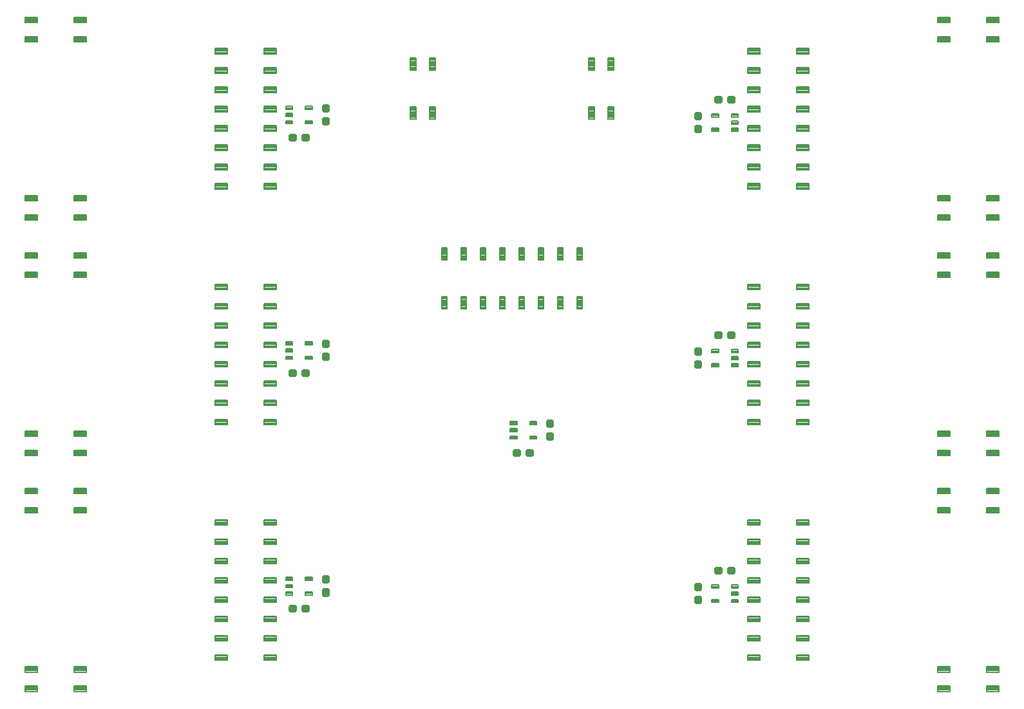
<source format=gbr>
G04 EAGLE Gerber RS-274X export*
G75*
%MOMM*%
%FSLAX34Y34*%
%LPD*%
%INSolderpaste Bottom*%
%IPPOS*%
%AMOC8*
5,1,8,0,0,1.08239X$1,22.5*%
G01*
%ADD10C,0.198000*%
%ADD11C,0.500000*%


D10*
X623990Y443510D02*
X640010Y443510D01*
X640010Y436490D01*
X623990Y436490D01*
X623990Y443510D01*
X623990Y438371D02*
X640010Y438371D01*
X640010Y440252D02*
X623990Y440252D01*
X623990Y442133D02*
X640010Y442133D01*
X576010Y443510D02*
X559990Y443510D01*
X576010Y443510D02*
X576010Y436490D01*
X559990Y436490D01*
X559990Y443510D01*
X559990Y438371D02*
X576010Y438371D01*
X576010Y440252D02*
X559990Y440252D01*
X559990Y442133D02*
X576010Y442133D01*
X623990Y418110D02*
X640010Y418110D01*
X640010Y411090D01*
X623990Y411090D01*
X623990Y418110D01*
X623990Y412971D02*
X640010Y412971D01*
X640010Y414852D02*
X623990Y414852D01*
X623990Y416733D02*
X640010Y416733D01*
X576010Y418110D02*
X559990Y418110D01*
X576010Y418110D02*
X576010Y411090D01*
X559990Y411090D01*
X559990Y418110D01*
X559990Y412971D02*
X576010Y412971D01*
X576010Y414852D02*
X559990Y414852D01*
X559990Y416733D02*
X576010Y416733D01*
X576010Y176490D02*
X559990Y176490D01*
X559990Y183510D01*
X576010Y183510D01*
X576010Y176490D01*
X576010Y178371D02*
X559990Y178371D01*
X559990Y180252D02*
X576010Y180252D01*
X576010Y182133D02*
X559990Y182133D01*
X623990Y176490D02*
X640010Y176490D01*
X623990Y176490D02*
X623990Y183510D01*
X640010Y183510D01*
X640010Y176490D01*
X640010Y178371D02*
X623990Y178371D01*
X623990Y180252D02*
X640010Y180252D01*
X640010Y182133D02*
X623990Y182133D01*
X576010Y201890D02*
X559990Y201890D01*
X559990Y208910D01*
X576010Y208910D01*
X576010Y201890D01*
X576010Y203771D02*
X559990Y203771D01*
X559990Y205652D02*
X576010Y205652D01*
X576010Y207533D02*
X559990Y207533D01*
X623990Y201890D02*
X640010Y201890D01*
X623990Y201890D02*
X623990Y208910D01*
X640010Y208910D01*
X640010Y201890D01*
X640010Y203771D02*
X623990Y203771D01*
X623990Y205652D02*
X640010Y205652D01*
X640010Y207533D02*
X623990Y207533D01*
X623990Y133510D02*
X640010Y133510D01*
X640010Y126490D01*
X623990Y126490D01*
X623990Y133510D01*
X623990Y128371D02*
X640010Y128371D01*
X640010Y130252D02*
X623990Y130252D01*
X623990Y132133D02*
X640010Y132133D01*
X576010Y133510D02*
X559990Y133510D01*
X576010Y133510D02*
X576010Y126490D01*
X559990Y126490D01*
X559990Y133510D01*
X559990Y128371D02*
X576010Y128371D01*
X576010Y130252D02*
X559990Y130252D01*
X559990Y132133D02*
X576010Y132133D01*
X623990Y108110D02*
X640010Y108110D01*
X640010Y101090D01*
X623990Y101090D01*
X623990Y108110D01*
X623990Y102971D02*
X640010Y102971D01*
X640010Y104852D02*
X623990Y104852D01*
X623990Y106733D02*
X640010Y106733D01*
X576010Y108110D02*
X559990Y108110D01*
X576010Y108110D02*
X576010Y101090D01*
X559990Y101090D01*
X559990Y108110D01*
X559990Y102971D02*
X576010Y102971D01*
X576010Y104852D02*
X559990Y104852D01*
X559990Y106733D02*
X576010Y106733D01*
X576010Y-133510D02*
X559990Y-133510D01*
X559990Y-126490D01*
X576010Y-126490D01*
X576010Y-133510D01*
X576010Y-131629D02*
X559990Y-131629D01*
X559990Y-129748D02*
X576010Y-129748D01*
X576010Y-127867D02*
X559990Y-127867D01*
X623990Y-133510D02*
X640010Y-133510D01*
X623990Y-133510D02*
X623990Y-126490D01*
X640010Y-126490D01*
X640010Y-133510D01*
X640010Y-131629D02*
X623990Y-131629D01*
X623990Y-129748D02*
X640010Y-129748D01*
X640010Y-127867D02*
X623990Y-127867D01*
X576010Y-108110D02*
X559990Y-108110D01*
X559990Y-101090D01*
X576010Y-101090D01*
X576010Y-108110D01*
X576010Y-106229D02*
X559990Y-106229D01*
X559990Y-104348D02*
X576010Y-104348D01*
X576010Y-102467D02*
X559990Y-102467D01*
X623990Y-108110D02*
X640010Y-108110D01*
X623990Y-108110D02*
X623990Y-101090D01*
X640010Y-101090D01*
X640010Y-108110D01*
X640010Y-106229D02*
X623990Y-106229D01*
X623990Y-104348D02*
X640010Y-104348D01*
X640010Y-102467D02*
X623990Y-102467D01*
X623990Y-176490D02*
X640010Y-176490D01*
X640010Y-183510D01*
X623990Y-183510D01*
X623990Y-176490D01*
X623990Y-181629D02*
X640010Y-181629D01*
X640010Y-179748D02*
X623990Y-179748D01*
X623990Y-177867D02*
X640010Y-177867D01*
X576010Y-176490D02*
X559990Y-176490D01*
X576010Y-176490D02*
X576010Y-183510D01*
X559990Y-183510D01*
X559990Y-176490D01*
X559990Y-181629D02*
X576010Y-181629D01*
X576010Y-179748D02*
X559990Y-179748D01*
X559990Y-177867D02*
X576010Y-177867D01*
X623990Y-201890D02*
X640010Y-201890D01*
X640010Y-208910D01*
X623990Y-208910D01*
X623990Y-201890D01*
X623990Y-207029D02*
X640010Y-207029D01*
X640010Y-205148D02*
X623990Y-205148D01*
X623990Y-203267D02*
X640010Y-203267D01*
X576010Y-201890D02*
X559990Y-201890D01*
X576010Y-201890D02*
X576010Y-208910D01*
X559990Y-208910D01*
X559990Y-201890D01*
X559990Y-207029D02*
X576010Y-207029D01*
X576010Y-205148D02*
X559990Y-205148D01*
X559990Y-203267D02*
X576010Y-203267D01*
X576010Y-443510D02*
X559990Y-443510D01*
X559990Y-436490D01*
X576010Y-436490D01*
X576010Y-443510D01*
X576010Y-441629D02*
X559990Y-441629D01*
X559990Y-439748D02*
X576010Y-439748D01*
X576010Y-437867D02*
X559990Y-437867D01*
X623990Y-443510D02*
X640010Y-443510D01*
X623990Y-443510D02*
X623990Y-436490D01*
X640010Y-436490D01*
X640010Y-443510D01*
X640010Y-441629D02*
X623990Y-441629D01*
X623990Y-439748D02*
X640010Y-439748D01*
X640010Y-437867D02*
X623990Y-437867D01*
X576010Y-418110D02*
X559990Y-418110D01*
X559990Y-411090D01*
X576010Y-411090D01*
X576010Y-418110D01*
X576010Y-416229D02*
X559990Y-416229D01*
X559990Y-414348D02*
X576010Y-414348D01*
X576010Y-412467D02*
X559990Y-412467D01*
X623990Y-418110D02*
X640010Y-418110D01*
X623990Y-418110D02*
X623990Y-411090D01*
X640010Y-411090D01*
X640010Y-418110D01*
X640010Y-416229D02*
X623990Y-416229D01*
X623990Y-414348D02*
X640010Y-414348D01*
X640010Y-412467D02*
X623990Y-412467D01*
X-623990Y-443510D02*
X-640010Y-443510D01*
X-640010Y-436490D01*
X-623990Y-436490D01*
X-623990Y-443510D01*
X-623990Y-441629D02*
X-640010Y-441629D01*
X-640010Y-439748D02*
X-623990Y-439748D01*
X-623990Y-437867D02*
X-640010Y-437867D01*
X-576010Y-443510D02*
X-559990Y-443510D01*
X-576010Y-443510D02*
X-576010Y-436490D01*
X-559990Y-436490D01*
X-559990Y-443510D01*
X-559990Y-441629D02*
X-576010Y-441629D01*
X-576010Y-439748D02*
X-559990Y-439748D01*
X-559990Y-437867D02*
X-576010Y-437867D01*
X-623990Y-418110D02*
X-640010Y-418110D01*
X-640010Y-411090D01*
X-623990Y-411090D01*
X-623990Y-418110D01*
X-623990Y-416229D02*
X-640010Y-416229D01*
X-640010Y-414348D02*
X-623990Y-414348D01*
X-623990Y-412467D02*
X-640010Y-412467D01*
X-576010Y-418110D02*
X-559990Y-418110D01*
X-576010Y-418110D02*
X-576010Y-411090D01*
X-559990Y-411090D01*
X-559990Y-418110D01*
X-559990Y-416229D02*
X-576010Y-416229D01*
X-576010Y-414348D02*
X-559990Y-414348D01*
X-559990Y-412467D02*
X-576010Y-412467D01*
X-576010Y-176490D02*
X-559990Y-176490D01*
X-559990Y-183510D01*
X-576010Y-183510D01*
X-576010Y-176490D01*
X-576010Y-181629D02*
X-559990Y-181629D01*
X-559990Y-179748D02*
X-576010Y-179748D01*
X-576010Y-177867D02*
X-559990Y-177867D01*
X-623990Y-176490D02*
X-640010Y-176490D01*
X-623990Y-176490D02*
X-623990Y-183510D01*
X-640010Y-183510D01*
X-640010Y-176490D01*
X-640010Y-181629D02*
X-623990Y-181629D01*
X-623990Y-179748D02*
X-640010Y-179748D01*
X-640010Y-177867D02*
X-623990Y-177867D01*
X-576010Y-201890D02*
X-559990Y-201890D01*
X-559990Y-208910D01*
X-576010Y-208910D01*
X-576010Y-201890D01*
X-576010Y-207029D02*
X-559990Y-207029D01*
X-559990Y-205148D02*
X-576010Y-205148D01*
X-576010Y-203267D02*
X-559990Y-203267D01*
X-623990Y-201890D02*
X-640010Y-201890D01*
X-623990Y-201890D02*
X-623990Y-208910D01*
X-640010Y-208910D01*
X-640010Y-201890D01*
X-640010Y-207029D02*
X-623990Y-207029D01*
X-623990Y-205148D02*
X-640010Y-205148D01*
X-640010Y-203267D02*
X-623990Y-203267D01*
X-623990Y-133510D02*
X-640010Y-133510D01*
X-640010Y-126490D01*
X-623990Y-126490D01*
X-623990Y-133510D01*
X-623990Y-131629D02*
X-640010Y-131629D01*
X-640010Y-129748D02*
X-623990Y-129748D01*
X-623990Y-127867D02*
X-640010Y-127867D01*
X-576010Y-133510D02*
X-559990Y-133510D01*
X-576010Y-133510D02*
X-576010Y-126490D01*
X-559990Y-126490D01*
X-559990Y-133510D01*
X-559990Y-131629D02*
X-576010Y-131629D01*
X-576010Y-129748D02*
X-559990Y-129748D01*
X-559990Y-127867D02*
X-576010Y-127867D01*
X-623990Y-108110D02*
X-640010Y-108110D01*
X-640010Y-101090D01*
X-623990Y-101090D01*
X-623990Y-108110D01*
X-623990Y-106229D02*
X-640010Y-106229D01*
X-640010Y-104348D02*
X-623990Y-104348D01*
X-623990Y-102467D02*
X-640010Y-102467D01*
X-576010Y-108110D02*
X-559990Y-108110D01*
X-576010Y-108110D02*
X-576010Y-101090D01*
X-559990Y-101090D01*
X-559990Y-108110D01*
X-559990Y-106229D02*
X-576010Y-106229D01*
X-576010Y-104348D02*
X-559990Y-104348D01*
X-559990Y-102467D02*
X-576010Y-102467D01*
X-576010Y133510D02*
X-559990Y133510D01*
X-559990Y126490D01*
X-576010Y126490D01*
X-576010Y133510D01*
X-576010Y128371D02*
X-559990Y128371D01*
X-559990Y130252D02*
X-576010Y130252D01*
X-576010Y132133D02*
X-559990Y132133D01*
X-623990Y133510D02*
X-640010Y133510D01*
X-623990Y133510D02*
X-623990Y126490D01*
X-640010Y126490D01*
X-640010Y133510D01*
X-640010Y128371D02*
X-623990Y128371D01*
X-623990Y130252D02*
X-640010Y130252D01*
X-640010Y132133D02*
X-623990Y132133D01*
X-576010Y108110D02*
X-559990Y108110D01*
X-559990Y101090D01*
X-576010Y101090D01*
X-576010Y108110D01*
X-576010Y102971D02*
X-559990Y102971D01*
X-559990Y104852D02*
X-576010Y104852D01*
X-576010Y106733D02*
X-559990Y106733D01*
X-623990Y108110D02*
X-640010Y108110D01*
X-623990Y108110D02*
X-623990Y101090D01*
X-640010Y101090D01*
X-640010Y108110D01*
X-640010Y102971D02*
X-623990Y102971D01*
X-623990Y104852D02*
X-640010Y104852D01*
X-640010Y106733D02*
X-623990Y106733D01*
X-623990Y176490D02*
X-640010Y176490D01*
X-640010Y183510D01*
X-623990Y183510D01*
X-623990Y176490D01*
X-623990Y178371D02*
X-640010Y178371D01*
X-640010Y180252D02*
X-623990Y180252D01*
X-623990Y182133D02*
X-640010Y182133D01*
X-576010Y176490D02*
X-559990Y176490D01*
X-576010Y176490D02*
X-576010Y183510D01*
X-559990Y183510D01*
X-559990Y176490D01*
X-559990Y178371D02*
X-576010Y178371D01*
X-576010Y180252D02*
X-559990Y180252D01*
X-559990Y182133D02*
X-576010Y182133D01*
X-623990Y201890D02*
X-640010Y201890D01*
X-640010Y208910D01*
X-623990Y208910D01*
X-623990Y201890D01*
X-623990Y203771D02*
X-640010Y203771D01*
X-640010Y205652D02*
X-623990Y205652D01*
X-623990Y207533D02*
X-640010Y207533D01*
X-576010Y201890D02*
X-559990Y201890D01*
X-576010Y201890D02*
X-576010Y208910D01*
X-559990Y208910D01*
X-559990Y201890D01*
X-559990Y203771D02*
X-576010Y203771D01*
X-576010Y205652D02*
X-559990Y205652D01*
X-559990Y207533D02*
X-576010Y207533D01*
X-576010Y443510D02*
X-559990Y443510D01*
X-559990Y436490D01*
X-576010Y436490D01*
X-576010Y443510D01*
X-576010Y438371D02*
X-559990Y438371D01*
X-559990Y440252D02*
X-576010Y440252D01*
X-576010Y442133D02*
X-559990Y442133D01*
X-623990Y443510D02*
X-640010Y443510D01*
X-623990Y443510D02*
X-623990Y436490D01*
X-640010Y436490D01*
X-640010Y443510D01*
X-640010Y438371D02*
X-623990Y438371D01*
X-623990Y440252D02*
X-640010Y440252D01*
X-640010Y442133D02*
X-623990Y442133D01*
X-576010Y418110D02*
X-559990Y418110D01*
X-559990Y411090D01*
X-576010Y411090D01*
X-576010Y418110D01*
X-576010Y412971D02*
X-559990Y412971D01*
X-559990Y414852D02*
X-576010Y414852D01*
X-576010Y416733D02*
X-559990Y416733D01*
X-623990Y418110D02*
X-640010Y418110D01*
X-623990Y418110D02*
X-623990Y411090D01*
X-640010Y411090D01*
X-640010Y418110D01*
X-640010Y412971D02*
X-623990Y412971D01*
X-623990Y414852D02*
X-640010Y414852D01*
X-640010Y416733D02*
X-623990Y416733D01*
X-133510Y390010D02*
X-133510Y373990D01*
X-133510Y390010D02*
X-126490Y390010D01*
X-126490Y373990D01*
X-133510Y373990D01*
X-133510Y375871D02*
X-126490Y375871D01*
X-126490Y377752D02*
X-133510Y377752D01*
X-133510Y379633D02*
X-126490Y379633D01*
X-126490Y381514D02*
X-133510Y381514D01*
X-133510Y383395D02*
X-126490Y383395D01*
X-126490Y385276D02*
X-133510Y385276D01*
X-133510Y387157D02*
X-126490Y387157D01*
X-126490Y389038D02*
X-133510Y389038D01*
X-133510Y326010D02*
X-133510Y309990D01*
X-133510Y326010D02*
X-126490Y326010D01*
X-126490Y309990D01*
X-133510Y309990D01*
X-133510Y311871D02*
X-126490Y311871D01*
X-126490Y313752D02*
X-133510Y313752D01*
X-133510Y315633D02*
X-126490Y315633D01*
X-126490Y317514D02*
X-133510Y317514D01*
X-133510Y319395D02*
X-126490Y319395D01*
X-126490Y321276D02*
X-133510Y321276D01*
X-133510Y323157D02*
X-126490Y323157D01*
X-126490Y325038D02*
X-133510Y325038D01*
X-108110Y373990D02*
X-108110Y390010D01*
X-101090Y390010D01*
X-101090Y373990D01*
X-108110Y373990D01*
X-108110Y375871D02*
X-101090Y375871D01*
X-101090Y377752D02*
X-108110Y377752D01*
X-108110Y379633D02*
X-101090Y379633D01*
X-101090Y381514D02*
X-108110Y381514D01*
X-108110Y383395D02*
X-101090Y383395D01*
X-101090Y385276D02*
X-108110Y385276D01*
X-108110Y387157D02*
X-101090Y387157D01*
X-101090Y389038D02*
X-108110Y389038D01*
X-108110Y326010D02*
X-108110Y309990D01*
X-108110Y326010D02*
X-101090Y326010D01*
X-101090Y309990D01*
X-108110Y309990D01*
X-108110Y311871D02*
X-101090Y311871D01*
X-101090Y313752D02*
X-108110Y313752D01*
X-108110Y315633D02*
X-101090Y315633D01*
X-101090Y317514D02*
X-108110Y317514D01*
X-108110Y319395D02*
X-101090Y319395D01*
X-101090Y321276D02*
X-108110Y321276D01*
X-108110Y323157D02*
X-101090Y323157D01*
X-101090Y325038D02*
X-108110Y325038D01*
X133510Y326010D02*
X133510Y309990D01*
X126490Y309990D01*
X126490Y326010D01*
X133510Y326010D01*
X133510Y311871D02*
X126490Y311871D01*
X126490Y313752D02*
X133510Y313752D01*
X133510Y315633D02*
X126490Y315633D01*
X126490Y317514D02*
X133510Y317514D01*
X133510Y319395D02*
X126490Y319395D01*
X126490Y321276D02*
X133510Y321276D01*
X133510Y323157D02*
X126490Y323157D01*
X126490Y325038D02*
X133510Y325038D01*
X133510Y373990D02*
X133510Y390010D01*
X133510Y373990D02*
X126490Y373990D01*
X126490Y390010D01*
X133510Y390010D01*
X133510Y375871D02*
X126490Y375871D01*
X126490Y377752D02*
X133510Y377752D01*
X133510Y379633D02*
X126490Y379633D01*
X126490Y381514D02*
X133510Y381514D01*
X133510Y383395D02*
X126490Y383395D01*
X126490Y385276D02*
X133510Y385276D01*
X133510Y387157D02*
X126490Y387157D01*
X126490Y389038D02*
X133510Y389038D01*
X108110Y326010D02*
X108110Y309990D01*
X101090Y309990D01*
X101090Y326010D01*
X108110Y326010D01*
X108110Y311871D02*
X101090Y311871D01*
X101090Y313752D02*
X108110Y313752D01*
X108110Y315633D02*
X101090Y315633D01*
X101090Y317514D02*
X108110Y317514D01*
X108110Y319395D02*
X101090Y319395D01*
X101090Y321276D02*
X108110Y321276D01*
X108110Y323157D02*
X101090Y323157D01*
X101090Y325038D02*
X108110Y325038D01*
X108110Y373990D02*
X108110Y390010D01*
X108110Y373990D02*
X101090Y373990D01*
X101090Y390010D01*
X108110Y390010D01*
X108110Y375871D02*
X101090Y375871D01*
X101090Y377752D02*
X108110Y377752D01*
X108110Y379633D02*
X101090Y379633D01*
X101090Y381514D02*
X108110Y381514D01*
X108110Y383395D02*
X101090Y383395D01*
X101090Y385276D02*
X108110Y385276D01*
X108110Y387157D02*
X101090Y387157D01*
X101090Y389038D02*
X108110Y389038D01*
X373990Y-217590D02*
X390010Y-217590D01*
X390010Y-224610D01*
X373990Y-224610D01*
X373990Y-217590D01*
X373990Y-222729D02*
X390010Y-222729D01*
X390010Y-220848D02*
X373990Y-220848D01*
X373990Y-218967D02*
X390010Y-218967D01*
X326010Y-217590D02*
X309990Y-217590D01*
X326010Y-217590D02*
X326010Y-224610D01*
X309990Y-224610D01*
X309990Y-217590D01*
X309990Y-222729D02*
X326010Y-222729D01*
X326010Y-220848D02*
X309990Y-220848D01*
X309990Y-218967D02*
X326010Y-218967D01*
X373990Y-242990D02*
X390010Y-242990D01*
X390010Y-250010D01*
X373990Y-250010D01*
X373990Y-242990D01*
X373990Y-248129D02*
X390010Y-248129D01*
X390010Y-246248D02*
X373990Y-246248D01*
X373990Y-244367D02*
X390010Y-244367D01*
X326010Y-242990D02*
X309990Y-242990D01*
X326010Y-242990D02*
X326010Y-250010D01*
X309990Y-250010D01*
X309990Y-242990D01*
X309990Y-248129D02*
X326010Y-248129D01*
X326010Y-246248D02*
X309990Y-246248D01*
X309990Y-244367D02*
X326010Y-244367D01*
X373990Y-268390D02*
X390010Y-268390D01*
X390010Y-275410D01*
X373990Y-275410D01*
X373990Y-268390D01*
X373990Y-273529D02*
X390010Y-273529D01*
X390010Y-271648D02*
X373990Y-271648D01*
X373990Y-269767D02*
X390010Y-269767D01*
X326010Y-268390D02*
X309990Y-268390D01*
X326010Y-268390D02*
X326010Y-275410D01*
X309990Y-275410D01*
X309990Y-268390D01*
X309990Y-273529D02*
X326010Y-273529D01*
X326010Y-271648D02*
X309990Y-271648D01*
X309990Y-269767D02*
X326010Y-269767D01*
X373990Y-293790D02*
X390010Y-293790D01*
X390010Y-300810D01*
X373990Y-300810D01*
X373990Y-293790D01*
X373990Y-298929D02*
X390010Y-298929D01*
X390010Y-297048D02*
X373990Y-297048D01*
X373990Y-295167D02*
X390010Y-295167D01*
X326010Y-293790D02*
X309990Y-293790D01*
X326010Y-293790D02*
X326010Y-300810D01*
X309990Y-300810D01*
X309990Y-293790D01*
X309990Y-298929D02*
X326010Y-298929D01*
X326010Y-297048D02*
X309990Y-297048D01*
X309990Y-295167D02*
X326010Y-295167D01*
X373990Y-319190D02*
X390010Y-319190D01*
X390010Y-326210D01*
X373990Y-326210D01*
X373990Y-319190D01*
X373990Y-324329D02*
X390010Y-324329D01*
X390010Y-322448D02*
X373990Y-322448D01*
X373990Y-320567D02*
X390010Y-320567D01*
X326010Y-319190D02*
X309990Y-319190D01*
X326010Y-319190D02*
X326010Y-326210D01*
X309990Y-326210D01*
X309990Y-319190D01*
X309990Y-324329D02*
X326010Y-324329D01*
X326010Y-322448D02*
X309990Y-322448D01*
X309990Y-320567D02*
X326010Y-320567D01*
X373990Y-344590D02*
X390010Y-344590D01*
X390010Y-351610D01*
X373990Y-351610D01*
X373990Y-344590D01*
X373990Y-349729D02*
X390010Y-349729D01*
X390010Y-347848D02*
X373990Y-347848D01*
X373990Y-345967D02*
X390010Y-345967D01*
X326010Y-344590D02*
X309990Y-344590D01*
X326010Y-344590D02*
X326010Y-351610D01*
X309990Y-351610D01*
X309990Y-344590D01*
X309990Y-349729D02*
X326010Y-349729D01*
X326010Y-347848D02*
X309990Y-347848D01*
X309990Y-345967D02*
X326010Y-345967D01*
X373990Y-369990D02*
X390010Y-369990D01*
X390010Y-377010D01*
X373990Y-377010D01*
X373990Y-369990D01*
X373990Y-375129D02*
X390010Y-375129D01*
X390010Y-373248D02*
X373990Y-373248D01*
X373990Y-371367D02*
X390010Y-371367D01*
X326010Y-369990D02*
X309990Y-369990D01*
X326010Y-369990D02*
X326010Y-377010D01*
X309990Y-377010D01*
X309990Y-369990D01*
X309990Y-375129D02*
X326010Y-375129D01*
X326010Y-373248D02*
X309990Y-373248D01*
X309990Y-371367D02*
X326010Y-371367D01*
X373990Y-395390D02*
X390010Y-395390D01*
X390010Y-402410D01*
X373990Y-402410D01*
X373990Y-395390D01*
X373990Y-400529D02*
X390010Y-400529D01*
X390010Y-398648D02*
X373990Y-398648D01*
X373990Y-396767D02*
X390010Y-396767D01*
X326010Y-395390D02*
X309990Y-395390D01*
X326010Y-395390D02*
X326010Y-402410D01*
X309990Y-402410D01*
X309990Y-395390D01*
X309990Y-400529D02*
X326010Y-400529D01*
X326010Y-398648D02*
X309990Y-398648D01*
X309990Y-396767D02*
X326010Y-396767D01*
X-373990Y-402410D02*
X-390010Y-402410D01*
X-390010Y-395390D01*
X-373990Y-395390D01*
X-373990Y-402410D01*
X-373990Y-400529D02*
X-390010Y-400529D01*
X-390010Y-398648D02*
X-373990Y-398648D01*
X-373990Y-396767D02*
X-390010Y-396767D01*
X-326010Y-402410D02*
X-309990Y-402410D01*
X-326010Y-402410D02*
X-326010Y-395390D01*
X-309990Y-395390D01*
X-309990Y-402410D01*
X-309990Y-400529D02*
X-326010Y-400529D01*
X-326010Y-398648D02*
X-309990Y-398648D01*
X-309990Y-396767D02*
X-326010Y-396767D01*
X-373990Y-377010D02*
X-390010Y-377010D01*
X-390010Y-369990D01*
X-373990Y-369990D01*
X-373990Y-377010D01*
X-373990Y-375129D02*
X-390010Y-375129D01*
X-390010Y-373248D02*
X-373990Y-373248D01*
X-373990Y-371367D02*
X-390010Y-371367D01*
X-326010Y-377010D02*
X-309990Y-377010D01*
X-326010Y-377010D02*
X-326010Y-369990D01*
X-309990Y-369990D01*
X-309990Y-377010D01*
X-309990Y-375129D02*
X-326010Y-375129D01*
X-326010Y-373248D02*
X-309990Y-373248D01*
X-309990Y-371367D02*
X-326010Y-371367D01*
X-373990Y-351610D02*
X-390010Y-351610D01*
X-390010Y-344590D01*
X-373990Y-344590D01*
X-373990Y-351610D01*
X-373990Y-349729D02*
X-390010Y-349729D01*
X-390010Y-347848D02*
X-373990Y-347848D01*
X-373990Y-345967D02*
X-390010Y-345967D01*
X-326010Y-351610D02*
X-309990Y-351610D01*
X-326010Y-351610D02*
X-326010Y-344590D01*
X-309990Y-344590D01*
X-309990Y-351610D01*
X-309990Y-349729D02*
X-326010Y-349729D01*
X-326010Y-347848D02*
X-309990Y-347848D01*
X-309990Y-345967D02*
X-326010Y-345967D01*
X-373990Y-326210D02*
X-390010Y-326210D01*
X-390010Y-319190D01*
X-373990Y-319190D01*
X-373990Y-326210D01*
X-373990Y-324329D02*
X-390010Y-324329D01*
X-390010Y-322448D02*
X-373990Y-322448D01*
X-373990Y-320567D02*
X-390010Y-320567D01*
X-326010Y-326210D02*
X-309990Y-326210D01*
X-326010Y-326210D02*
X-326010Y-319190D01*
X-309990Y-319190D01*
X-309990Y-326210D01*
X-309990Y-324329D02*
X-326010Y-324329D01*
X-326010Y-322448D02*
X-309990Y-322448D01*
X-309990Y-320567D02*
X-326010Y-320567D01*
X-373990Y-300810D02*
X-390010Y-300810D01*
X-390010Y-293790D01*
X-373990Y-293790D01*
X-373990Y-300810D01*
X-373990Y-298929D02*
X-390010Y-298929D01*
X-390010Y-297048D02*
X-373990Y-297048D01*
X-373990Y-295167D02*
X-390010Y-295167D01*
X-326010Y-300810D02*
X-309990Y-300810D01*
X-326010Y-300810D02*
X-326010Y-293790D01*
X-309990Y-293790D01*
X-309990Y-300810D01*
X-309990Y-298929D02*
X-326010Y-298929D01*
X-326010Y-297048D02*
X-309990Y-297048D01*
X-309990Y-295167D02*
X-326010Y-295167D01*
X-373990Y-275410D02*
X-390010Y-275410D01*
X-390010Y-268390D01*
X-373990Y-268390D01*
X-373990Y-275410D01*
X-373990Y-273529D02*
X-390010Y-273529D01*
X-390010Y-271648D02*
X-373990Y-271648D01*
X-373990Y-269767D02*
X-390010Y-269767D01*
X-326010Y-275410D02*
X-309990Y-275410D01*
X-326010Y-275410D02*
X-326010Y-268390D01*
X-309990Y-268390D01*
X-309990Y-275410D01*
X-309990Y-273529D02*
X-326010Y-273529D01*
X-326010Y-271648D02*
X-309990Y-271648D01*
X-309990Y-269767D02*
X-326010Y-269767D01*
X-373990Y-250010D02*
X-390010Y-250010D01*
X-390010Y-242990D01*
X-373990Y-242990D01*
X-373990Y-250010D01*
X-373990Y-248129D02*
X-390010Y-248129D01*
X-390010Y-246248D02*
X-373990Y-246248D01*
X-373990Y-244367D02*
X-390010Y-244367D01*
X-326010Y-250010D02*
X-309990Y-250010D01*
X-326010Y-250010D02*
X-326010Y-242990D01*
X-309990Y-242990D01*
X-309990Y-250010D01*
X-309990Y-248129D02*
X-326010Y-248129D01*
X-326010Y-246248D02*
X-309990Y-246248D01*
X-309990Y-244367D02*
X-326010Y-244367D01*
X-373990Y-224610D02*
X-390010Y-224610D01*
X-390010Y-217590D01*
X-373990Y-217590D01*
X-373990Y-224610D01*
X-373990Y-222729D02*
X-390010Y-222729D01*
X-390010Y-220848D02*
X-373990Y-220848D01*
X-373990Y-218967D02*
X-390010Y-218967D01*
X-326010Y-224610D02*
X-309990Y-224610D01*
X-326010Y-224610D02*
X-326010Y-217590D01*
X-309990Y-217590D01*
X-309990Y-224610D01*
X-309990Y-222729D02*
X-326010Y-222729D01*
X-326010Y-220848D02*
X-309990Y-220848D01*
X-309990Y-218967D02*
X-326010Y-218967D01*
X-373990Y-92410D02*
X-390010Y-92410D01*
X-390010Y-85390D01*
X-373990Y-85390D01*
X-373990Y-92410D01*
X-373990Y-90529D02*
X-390010Y-90529D01*
X-390010Y-88648D02*
X-373990Y-88648D01*
X-373990Y-86767D02*
X-390010Y-86767D01*
X-326010Y-92410D02*
X-309990Y-92410D01*
X-326010Y-92410D02*
X-326010Y-85390D01*
X-309990Y-85390D01*
X-309990Y-92410D01*
X-309990Y-90529D02*
X-326010Y-90529D01*
X-326010Y-88648D02*
X-309990Y-88648D01*
X-309990Y-86767D02*
X-326010Y-86767D01*
X-373990Y-67010D02*
X-390010Y-67010D01*
X-390010Y-59990D01*
X-373990Y-59990D01*
X-373990Y-67010D01*
X-373990Y-65129D02*
X-390010Y-65129D01*
X-390010Y-63248D02*
X-373990Y-63248D01*
X-373990Y-61367D02*
X-390010Y-61367D01*
X-326010Y-67010D02*
X-309990Y-67010D01*
X-326010Y-67010D02*
X-326010Y-59990D01*
X-309990Y-59990D01*
X-309990Y-67010D01*
X-309990Y-65129D02*
X-326010Y-65129D01*
X-326010Y-63248D02*
X-309990Y-63248D01*
X-309990Y-61367D02*
X-326010Y-61367D01*
X-373990Y-41610D02*
X-390010Y-41610D01*
X-390010Y-34590D01*
X-373990Y-34590D01*
X-373990Y-41610D01*
X-373990Y-39729D02*
X-390010Y-39729D01*
X-390010Y-37848D02*
X-373990Y-37848D01*
X-373990Y-35967D02*
X-390010Y-35967D01*
X-326010Y-41610D02*
X-309990Y-41610D01*
X-326010Y-41610D02*
X-326010Y-34590D01*
X-309990Y-34590D01*
X-309990Y-41610D01*
X-309990Y-39729D02*
X-326010Y-39729D01*
X-326010Y-37848D02*
X-309990Y-37848D01*
X-309990Y-35967D02*
X-326010Y-35967D01*
X-373990Y-16210D02*
X-390010Y-16210D01*
X-390010Y-9190D01*
X-373990Y-9190D01*
X-373990Y-16210D01*
X-373990Y-14329D02*
X-390010Y-14329D01*
X-390010Y-12448D02*
X-373990Y-12448D01*
X-373990Y-10567D02*
X-390010Y-10567D01*
X-326010Y-16210D02*
X-309990Y-16210D01*
X-326010Y-16210D02*
X-326010Y-9190D01*
X-309990Y-9190D01*
X-309990Y-16210D01*
X-309990Y-14329D02*
X-326010Y-14329D01*
X-326010Y-12448D02*
X-309990Y-12448D01*
X-309990Y-10567D02*
X-326010Y-10567D01*
X-373990Y9190D02*
X-390010Y9190D01*
X-390010Y16210D01*
X-373990Y16210D01*
X-373990Y9190D01*
X-373990Y11071D02*
X-390010Y11071D01*
X-390010Y12952D02*
X-373990Y12952D01*
X-373990Y14833D02*
X-390010Y14833D01*
X-326010Y9190D02*
X-309990Y9190D01*
X-326010Y9190D02*
X-326010Y16210D01*
X-309990Y16210D01*
X-309990Y9190D01*
X-309990Y11071D02*
X-326010Y11071D01*
X-326010Y12952D02*
X-309990Y12952D01*
X-309990Y14833D02*
X-326010Y14833D01*
X-373990Y34590D02*
X-390010Y34590D01*
X-390010Y41610D01*
X-373990Y41610D01*
X-373990Y34590D01*
X-373990Y36471D02*
X-390010Y36471D01*
X-390010Y38352D02*
X-373990Y38352D01*
X-373990Y40233D02*
X-390010Y40233D01*
X-326010Y34590D02*
X-309990Y34590D01*
X-326010Y34590D02*
X-326010Y41610D01*
X-309990Y41610D01*
X-309990Y34590D01*
X-309990Y36471D02*
X-326010Y36471D01*
X-326010Y38352D02*
X-309990Y38352D01*
X-309990Y40233D02*
X-326010Y40233D01*
X-373990Y59990D02*
X-390010Y59990D01*
X-390010Y67010D01*
X-373990Y67010D01*
X-373990Y59990D01*
X-373990Y61871D02*
X-390010Y61871D01*
X-390010Y63752D02*
X-373990Y63752D01*
X-373990Y65633D02*
X-390010Y65633D01*
X-326010Y59990D02*
X-309990Y59990D01*
X-326010Y59990D02*
X-326010Y67010D01*
X-309990Y67010D01*
X-309990Y59990D01*
X-309990Y61871D02*
X-326010Y61871D01*
X-326010Y63752D02*
X-309990Y63752D01*
X-309990Y65633D02*
X-326010Y65633D01*
X-373990Y85390D02*
X-390010Y85390D01*
X-390010Y92410D01*
X-373990Y92410D01*
X-373990Y85390D01*
X-373990Y87271D02*
X-390010Y87271D01*
X-390010Y89152D02*
X-373990Y89152D01*
X-373990Y91033D02*
X-390010Y91033D01*
X-326010Y85390D02*
X-309990Y85390D01*
X-326010Y85390D02*
X-326010Y92410D01*
X-309990Y92410D01*
X-309990Y85390D01*
X-309990Y87271D02*
X-326010Y87271D01*
X-326010Y89152D02*
X-309990Y89152D01*
X-309990Y91033D02*
X-326010Y91033D01*
X-373990Y217590D02*
X-390010Y217590D01*
X-390010Y224610D01*
X-373990Y224610D01*
X-373990Y217590D01*
X-373990Y219471D02*
X-390010Y219471D01*
X-390010Y221352D02*
X-373990Y221352D01*
X-373990Y223233D02*
X-390010Y223233D01*
X-326010Y217590D02*
X-309990Y217590D01*
X-326010Y217590D02*
X-326010Y224610D01*
X-309990Y224610D01*
X-309990Y217590D01*
X-309990Y219471D02*
X-326010Y219471D01*
X-326010Y221352D02*
X-309990Y221352D01*
X-309990Y223233D02*
X-326010Y223233D01*
X-373990Y242990D02*
X-390010Y242990D01*
X-390010Y250010D01*
X-373990Y250010D01*
X-373990Y242990D01*
X-373990Y244871D02*
X-390010Y244871D01*
X-390010Y246752D02*
X-373990Y246752D01*
X-373990Y248633D02*
X-390010Y248633D01*
X-326010Y242990D02*
X-309990Y242990D01*
X-326010Y242990D02*
X-326010Y250010D01*
X-309990Y250010D01*
X-309990Y242990D01*
X-309990Y244871D02*
X-326010Y244871D01*
X-326010Y246752D02*
X-309990Y246752D01*
X-309990Y248633D02*
X-326010Y248633D01*
X-373990Y268390D02*
X-390010Y268390D01*
X-390010Y275410D01*
X-373990Y275410D01*
X-373990Y268390D01*
X-373990Y270271D02*
X-390010Y270271D01*
X-390010Y272152D02*
X-373990Y272152D01*
X-373990Y274033D02*
X-390010Y274033D01*
X-326010Y268390D02*
X-309990Y268390D01*
X-326010Y268390D02*
X-326010Y275410D01*
X-309990Y275410D01*
X-309990Y268390D01*
X-309990Y270271D02*
X-326010Y270271D01*
X-326010Y272152D02*
X-309990Y272152D01*
X-309990Y274033D02*
X-326010Y274033D01*
X-373990Y293790D02*
X-390010Y293790D01*
X-390010Y300810D01*
X-373990Y300810D01*
X-373990Y293790D01*
X-373990Y295671D02*
X-390010Y295671D01*
X-390010Y297552D02*
X-373990Y297552D01*
X-373990Y299433D02*
X-390010Y299433D01*
X-326010Y293790D02*
X-309990Y293790D01*
X-326010Y293790D02*
X-326010Y300810D01*
X-309990Y300810D01*
X-309990Y293790D01*
X-309990Y295671D02*
X-326010Y295671D01*
X-326010Y297552D02*
X-309990Y297552D01*
X-309990Y299433D02*
X-326010Y299433D01*
X-373990Y319190D02*
X-390010Y319190D01*
X-390010Y326210D01*
X-373990Y326210D01*
X-373990Y319190D01*
X-373990Y321071D02*
X-390010Y321071D01*
X-390010Y322952D02*
X-373990Y322952D01*
X-373990Y324833D02*
X-390010Y324833D01*
X-326010Y319190D02*
X-309990Y319190D01*
X-326010Y319190D02*
X-326010Y326210D01*
X-309990Y326210D01*
X-309990Y319190D01*
X-309990Y321071D02*
X-326010Y321071D01*
X-326010Y322952D02*
X-309990Y322952D01*
X-309990Y324833D02*
X-326010Y324833D01*
X-373990Y344590D02*
X-390010Y344590D01*
X-390010Y351610D01*
X-373990Y351610D01*
X-373990Y344590D01*
X-373990Y346471D02*
X-390010Y346471D01*
X-390010Y348352D02*
X-373990Y348352D01*
X-373990Y350233D02*
X-390010Y350233D01*
X-326010Y344590D02*
X-309990Y344590D01*
X-326010Y344590D02*
X-326010Y351610D01*
X-309990Y351610D01*
X-309990Y344590D01*
X-309990Y346471D02*
X-326010Y346471D01*
X-326010Y348352D02*
X-309990Y348352D01*
X-309990Y350233D02*
X-326010Y350233D01*
X-373990Y369990D02*
X-390010Y369990D01*
X-390010Y377010D01*
X-373990Y377010D01*
X-373990Y369990D01*
X-373990Y371871D02*
X-390010Y371871D01*
X-390010Y373752D02*
X-373990Y373752D01*
X-373990Y375633D02*
X-390010Y375633D01*
X-326010Y369990D02*
X-309990Y369990D01*
X-326010Y369990D02*
X-326010Y377010D01*
X-309990Y377010D01*
X-309990Y369990D01*
X-309990Y371871D02*
X-326010Y371871D01*
X-326010Y373752D02*
X-309990Y373752D01*
X-309990Y375633D02*
X-326010Y375633D01*
X-373990Y395390D02*
X-390010Y395390D01*
X-390010Y402410D01*
X-373990Y402410D01*
X-373990Y395390D01*
X-373990Y397271D02*
X-390010Y397271D01*
X-390010Y399152D02*
X-373990Y399152D01*
X-373990Y401033D02*
X-390010Y401033D01*
X-326010Y395390D02*
X-309990Y395390D01*
X-326010Y395390D02*
X-326010Y402410D01*
X-309990Y402410D01*
X-309990Y395390D01*
X-309990Y397271D02*
X-326010Y397271D01*
X-326010Y399152D02*
X-309990Y399152D01*
X-309990Y401033D02*
X-326010Y401033D01*
X373990Y402410D02*
X390010Y402410D01*
X390010Y395390D01*
X373990Y395390D01*
X373990Y402410D01*
X373990Y397271D02*
X390010Y397271D01*
X390010Y399152D02*
X373990Y399152D01*
X373990Y401033D02*
X390010Y401033D01*
X326010Y402410D02*
X309990Y402410D01*
X326010Y402410D02*
X326010Y395390D01*
X309990Y395390D01*
X309990Y402410D01*
X309990Y397271D02*
X326010Y397271D01*
X326010Y399152D02*
X309990Y399152D01*
X309990Y401033D02*
X326010Y401033D01*
X373990Y377010D02*
X390010Y377010D01*
X390010Y369990D01*
X373990Y369990D01*
X373990Y377010D01*
X373990Y371871D02*
X390010Y371871D01*
X390010Y373752D02*
X373990Y373752D01*
X373990Y375633D02*
X390010Y375633D01*
X326010Y377010D02*
X309990Y377010D01*
X326010Y377010D02*
X326010Y369990D01*
X309990Y369990D01*
X309990Y377010D01*
X309990Y371871D02*
X326010Y371871D01*
X326010Y373752D02*
X309990Y373752D01*
X309990Y375633D02*
X326010Y375633D01*
X373990Y351610D02*
X390010Y351610D01*
X390010Y344590D01*
X373990Y344590D01*
X373990Y351610D01*
X373990Y346471D02*
X390010Y346471D01*
X390010Y348352D02*
X373990Y348352D01*
X373990Y350233D02*
X390010Y350233D01*
X326010Y351610D02*
X309990Y351610D01*
X326010Y351610D02*
X326010Y344590D01*
X309990Y344590D01*
X309990Y351610D01*
X309990Y346471D02*
X326010Y346471D01*
X326010Y348352D02*
X309990Y348352D01*
X309990Y350233D02*
X326010Y350233D01*
X373990Y326210D02*
X390010Y326210D01*
X390010Y319190D01*
X373990Y319190D01*
X373990Y326210D01*
X373990Y321071D02*
X390010Y321071D01*
X390010Y322952D02*
X373990Y322952D01*
X373990Y324833D02*
X390010Y324833D01*
X326010Y326210D02*
X309990Y326210D01*
X326010Y326210D02*
X326010Y319190D01*
X309990Y319190D01*
X309990Y326210D01*
X309990Y321071D02*
X326010Y321071D01*
X326010Y322952D02*
X309990Y322952D01*
X309990Y324833D02*
X326010Y324833D01*
X373990Y300810D02*
X390010Y300810D01*
X390010Y293790D01*
X373990Y293790D01*
X373990Y300810D01*
X373990Y295671D02*
X390010Y295671D01*
X390010Y297552D02*
X373990Y297552D01*
X373990Y299433D02*
X390010Y299433D01*
X326010Y300810D02*
X309990Y300810D01*
X326010Y300810D02*
X326010Y293790D01*
X309990Y293790D01*
X309990Y300810D01*
X309990Y295671D02*
X326010Y295671D01*
X326010Y297552D02*
X309990Y297552D01*
X309990Y299433D02*
X326010Y299433D01*
X373990Y275410D02*
X390010Y275410D01*
X390010Y268390D01*
X373990Y268390D01*
X373990Y275410D01*
X373990Y270271D02*
X390010Y270271D01*
X390010Y272152D02*
X373990Y272152D01*
X373990Y274033D02*
X390010Y274033D01*
X326010Y275410D02*
X309990Y275410D01*
X326010Y275410D02*
X326010Y268390D01*
X309990Y268390D01*
X309990Y275410D01*
X309990Y270271D02*
X326010Y270271D01*
X326010Y272152D02*
X309990Y272152D01*
X309990Y274033D02*
X326010Y274033D01*
X373990Y250010D02*
X390010Y250010D01*
X390010Y242990D01*
X373990Y242990D01*
X373990Y250010D01*
X373990Y244871D02*
X390010Y244871D01*
X390010Y246752D02*
X373990Y246752D01*
X373990Y248633D02*
X390010Y248633D01*
X326010Y250010D02*
X309990Y250010D01*
X326010Y250010D02*
X326010Y242990D01*
X309990Y242990D01*
X309990Y250010D01*
X309990Y244871D02*
X326010Y244871D01*
X326010Y246752D02*
X309990Y246752D01*
X309990Y248633D02*
X326010Y248633D01*
X373990Y224610D02*
X390010Y224610D01*
X390010Y217590D01*
X373990Y217590D01*
X373990Y224610D01*
X373990Y219471D02*
X390010Y219471D01*
X390010Y221352D02*
X373990Y221352D01*
X373990Y223233D02*
X390010Y223233D01*
X326010Y224610D02*
X309990Y224610D01*
X326010Y224610D02*
X326010Y217590D01*
X309990Y217590D01*
X309990Y224610D01*
X309990Y219471D02*
X326010Y219471D01*
X326010Y221352D02*
X309990Y221352D01*
X309990Y223233D02*
X326010Y223233D01*
X373990Y92410D02*
X390010Y92410D01*
X390010Y85390D01*
X373990Y85390D01*
X373990Y92410D01*
X373990Y87271D02*
X390010Y87271D01*
X390010Y89152D02*
X373990Y89152D01*
X373990Y91033D02*
X390010Y91033D01*
X326010Y92410D02*
X309990Y92410D01*
X326010Y92410D02*
X326010Y85390D01*
X309990Y85390D01*
X309990Y92410D01*
X309990Y87271D02*
X326010Y87271D01*
X326010Y89152D02*
X309990Y89152D01*
X309990Y91033D02*
X326010Y91033D01*
X373990Y67010D02*
X390010Y67010D01*
X390010Y59990D01*
X373990Y59990D01*
X373990Y67010D01*
X373990Y61871D02*
X390010Y61871D01*
X390010Y63752D02*
X373990Y63752D01*
X373990Y65633D02*
X390010Y65633D01*
X326010Y67010D02*
X309990Y67010D01*
X326010Y67010D02*
X326010Y59990D01*
X309990Y59990D01*
X309990Y67010D01*
X309990Y61871D02*
X326010Y61871D01*
X326010Y63752D02*
X309990Y63752D01*
X309990Y65633D02*
X326010Y65633D01*
X373990Y41610D02*
X390010Y41610D01*
X390010Y34590D01*
X373990Y34590D01*
X373990Y41610D01*
X373990Y36471D02*
X390010Y36471D01*
X390010Y38352D02*
X373990Y38352D01*
X373990Y40233D02*
X390010Y40233D01*
X326010Y41610D02*
X309990Y41610D01*
X326010Y41610D02*
X326010Y34590D01*
X309990Y34590D01*
X309990Y41610D01*
X309990Y36471D02*
X326010Y36471D01*
X326010Y38352D02*
X309990Y38352D01*
X309990Y40233D02*
X326010Y40233D01*
X373990Y16210D02*
X390010Y16210D01*
X390010Y9190D01*
X373990Y9190D01*
X373990Y16210D01*
X373990Y11071D02*
X390010Y11071D01*
X390010Y12952D02*
X373990Y12952D01*
X373990Y14833D02*
X390010Y14833D01*
X326010Y16210D02*
X309990Y16210D01*
X326010Y16210D02*
X326010Y9190D01*
X309990Y9190D01*
X309990Y16210D01*
X309990Y11071D02*
X326010Y11071D01*
X326010Y12952D02*
X309990Y12952D01*
X309990Y14833D02*
X326010Y14833D01*
X373990Y-9190D02*
X390010Y-9190D01*
X390010Y-16210D01*
X373990Y-16210D01*
X373990Y-9190D01*
X373990Y-14329D02*
X390010Y-14329D01*
X390010Y-12448D02*
X373990Y-12448D01*
X373990Y-10567D02*
X390010Y-10567D01*
X326010Y-9190D02*
X309990Y-9190D01*
X326010Y-9190D02*
X326010Y-16210D01*
X309990Y-16210D01*
X309990Y-9190D01*
X309990Y-14329D02*
X326010Y-14329D01*
X326010Y-12448D02*
X309990Y-12448D01*
X309990Y-10567D02*
X326010Y-10567D01*
X373990Y-34590D02*
X390010Y-34590D01*
X390010Y-41610D01*
X373990Y-41610D01*
X373990Y-34590D01*
X373990Y-39729D02*
X390010Y-39729D01*
X390010Y-37848D02*
X373990Y-37848D01*
X373990Y-35967D02*
X390010Y-35967D01*
X326010Y-34590D02*
X309990Y-34590D01*
X326010Y-34590D02*
X326010Y-41610D01*
X309990Y-41610D01*
X309990Y-34590D01*
X309990Y-39729D02*
X326010Y-39729D01*
X326010Y-37848D02*
X309990Y-37848D01*
X309990Y-35967D02*
X326010Y-35967D01*
X373990Y-59990D02*
X390010Y-59990D01*
X390010Y-67010D01*
X373990Y-67010D01*
X373990Y-59990D01*
X373990Y-65129D02*
X390010Y-65129D01*
X390010Y-63248D02*
X373990Y-63248D01*
X373990Y-61367D02*
X390010Y-61367D01*
X326010Y-59990D02*
X309990Y-59990D01*
X326010Y-59990D02*
X326010Y-67010D01*
X309990Y-67010D01*
X309990Y-59990D01*
X309990Y-65129D02*
X326010Y-65129D01*
X326010Y-63248D02*
X309990Y-63248D01*
X309990Y-61367D02*
X326010Y-61367D01*
X373990Y-85390D02*
X390010Y-85390D01*
X390010Y-92410D01*
X373990Y-92410D01*
X373990Y-85390D01*
X373990Y-90529D02*
X390010Y-90529D01*
X390010Y-88648D02*
X373990Y-88648D01*
X373990Y-86767D02*
X390010Y-86767D01*
X326010Y-85390D02*
X309990Y-85390D01*
X326010Y-85390D02*
X326010Y-92410D01*
X309990Y-92410D01*
X309990Y-85390D01*
X309990Y-90529D02*
X326010Y-90529D01*
X326010Y-88648D02*
X309990Y-88648D01*
X309990Y-86767D02*
X326010Y-86767D01*
X-92410Y123990D02*
X-92410Y140010D01*
X-85390Y140010D01*
X-85390Y123990D01*
X-92410Y123990D01*
X-92410Y125871D02*
X-85390Y125871D01*
X-85390Y127752D02*
X-92410Y127752D01*
X-92410Y129633D02*
X-85390Y129633D01*
X-85390Y131514D02*
X-92410Y131514D01*
X-92410Y133395D02*
X-85390Y133395D01*
X-85390Y135276D02*
X-92410Y135276D01*
X-92410Y137157D02*
X-85390Y137157D01*
X-85390Y139038D02*
X-92410Y139038D01*
X-92410Y76010D02*
X-92410Y59990D01*
X-92410Y76010D02*
X-85390Y76010D01*
X-85390Y59990D01*
X-92410Y59990D01*
X-92410Y61871D02*
X-85390Y61871D01*
X-85390Y63752D02*
X-92410Y63752D01*
X-92410Y65633D02*
X-85390Y65633D01*
X-85390Y67514D02*
X-92410Y67514D01*
X-92410Y69395D02*
X-85390Y69395D01*
X-85390Y71276D02*
X-92410Y71276D01*
X-92410Y73157D02*
X-85390Y73157D01*
X-85390Y75038D02*
X-92410Y75038D01*
X-67010Y123990D02*
X-67010Y140010D01*
X-59990Y140010D01*
X-59990Y123990D01*
X-67010Y123990D01*
X-67010Y125871D02*
X-59990Y125871D01*
X-59990Y127752D02*
X-67010Y127752D01*
X-67010Y129633D02*
X-59990Y129633D01*
X-59990Y131514D02*
X-67010Y131514D01*
X-67010Y133395D02*
X-59990Y133395D01*
X-59990Y135276D02*
X-67010Y135276D01*
X-67010Y137157D02*
X-59990Y137157D01*
X-59990Y139038D02*
X-67010Y139038D01*
X-67010Y76010D02*
X-67010Y59990D01*
X-67010Y76010D02*
X-59990Y76010D01*
X-59990Y59990D01*
X-67010Y59990D01*
X-67010Y61871D02*
X-59990Y61871D01*
X-59990Y63752D02*
X-67010Y63752D01*
X-67010Y65633D02*
X-59990Y65633D01*
X-59990Y67514D02*
X-67010Y67514D01*
X-67010Y69395D02*
X-59990Y69395D01*
X-59990Y71276D02*
X-67010Y71276D01*
X-67010Y73157D02*
X-59990Y73157D01*
X-59990Y75038D02*
X-67010Y75038D01*
X-41610Y123990D02*
X-41610Y140010D01*
X-34590Y140010D01*
X-34590Y123990D01*
X-41610Y123990D01*
X-41610Y125871D02*
X-34590Y125871D01*
X-34590Y127752D02*
X-41610Y127752D01*
X-41610Y129633D02*
X-34590Y129633D01*
X-34590Y131514D02*
X-41610Y131514D01*
X-41610Y133395D02*
X-34590Y133395D01*
X-34590Y135276D02*
X-41610Y135276D01*
X-41610Y137157D02*
X-34590Y137157D01*
X-34590Y139038D02*
X-41610Y139038D01*
X-41610Y76010D02*
X-41610Y59990D01*
X-41610Y76010D02*
X-34590Y76010D01*
X-34590Y59990D01*
X-41610Y59990D01*
X-41610Y61871D02*
X-34590Y61871D01*
X-34590Y63752D02*
X-41610Y63752D01*
X-41610Y65633D02*
X-34590Y65633D01*
X-34590Y67514D02*
X-41610Y67514D01*
X-41610Y69395D02*
X-34590Y69395D01*
X-34590Y71276D02*
X-41610Y71276D01*
X-41610Y73157D02*
X-34590Y73157D01*
X-34590Y75038D02*
X-41610Y75038D01*
X-16210Y123990D02*
X-16210Y140010D01*
X-9190Y140010D01*
X-9190Y123990D01*
X-16210Y123990D01*
X-16210Y125871D02*
X-9190Y125871D01*
X-9190Y127752D02*
X-16210Y127752D01*
X-16210Y129633D02*
X-9190Y129633D01*
X-9190Y131514D02*
X-16210Y131514D01*
X-16210Y133395D02*
X-9190Y133395D01*
X-9190Y135276D02*
X-16210Y135276D01*
X-16210Y137157D02*
X-9190Y137157D01*
X-9190Y139038D02*
X-16210Y139038D01*
X-16210Y76010D02*
X-16210Y59990D01*
X-16210Y76010D02*
X-9190Y76010D01*
X-9190Y59990D01*
X-16210Y59990D01*
X-16210Y61871D02*
X-9190Y61871D01*
X-9190Y63752D02*
X-16210Y63752D01*
X-16210Y65633D02*
X-9190Y65633D01*
X-9190Y67514D02*
X-16210Y67514D01*
X-16210Y69395D02*
X-9190Y69395D01*
X-9190Y71276D02*
X-16210Y71276D01*
X-16210Y73157D02*
X-9190Y73157D01*
X-9190Y75038D02*
X-16210Y75038D01*
X9190Y123990D02*
X9190Y140010D01*
X16210Y140010D01*
X16210Y123990D01*
X9190Y123990D01*
X9190Y125871D02*
X16210Y125871D01*
X16210Y127752D02*
X9190Y127752D01*
X9190Y129633D02*
X16210Y129633D01*
X16210Y131514D02*
X9190Y131514D01*
X9190Y133395D02*
X16210Y133395D01*
X16210Y135276D02*
X9190Y135276D01*
X9190Y137157D02*
X16210Y137157D01*
X16210Y139038D02*
X9190Y139038D01*
X9190Y76010D02*
X9190Y59990D01*
X9190Y76010D02*
X16210Y76010D01*
X16210Y59990D01*
X9190Y59990D01*
X9190Y61871D02*
X16210Y61871D01*
X16210Y63752D02*
X9190Y63752D01*
X9190Y65633D02*
X16210Y65633D01*
X16210Y67514D02*
X9190Y67514D01*
X9190Y69395D02*
X16210Y69395D01*
X16210Y71276D02*
X9190Y71276D01*
X9190Y73157D02*
X16210Y73157D01*
X16210Y75038D02*
X9190Y75038D01*
X34590Y123990D02*
X34590Y140010D01*
X41610Y140010D01*
X41610Y123990D01*
X34590Y123990D01*
X34590Y125871D02*
X41610Y125871D01*
X41610Y127752D02*
X34590Y127752D01*
X34590Y129633D02*
X41610Y129633D01*
X41610Y131514D02*
X34590Y131514D01*
X34590Y133395D02*
X41610Y133395D01*
X41610Y135276D02*
X34590Y135276D01*
X34590Y137157D02*
X41610Y137157D01*
X41610Y139038D02*
X34590Y139038D01*
X34590Y76010D02*
X34590Y59990D01*
X34590Y76010D02*
X41610Y76010D01*
X41610Y59990D01*
X34590Y59990D01*
X34590Y61871D02*
X41610Y61871D01*
X41610Y63752D02*
X34590Y63752D01*
X34590Y65633D02*
X41610Y65633D01*
X41610Y67514D02*
X34590Y67514D01*
X34590Y69395D02*
X41610Y69395D01*
X41610Y71276D02*
X34590Y71276D01*
X34590Y73157D02*
X41610Y73157D01*
X41610Y75038D02*
X34590Y75038D01*
X59990Y123990D02*
X59990Y140010D01*
X67010Y140010D01*
X67010Y123990D01*
X59990Y123990D01*
X59990Y125871D02*
X67010Y125871D01*
X67010Y127752D02*
X59990Y127752D01*
X59990Y129633D02*
X67010Y129633D01*
X67010Y131514D02*
X59990Y131514D01*
X59990Y133395D02*
X67010Y133395D01*
X67010Y135276D02*
X59990Y135276D01*
X59990Y137157D02*
X67010Y137157D01*
X67010Y139038D02*
X59990Y139038D01*
X59990Y76010D02*
X59990Y59990D01*
X59990Y76010D02*
X67010Y76010D01*
X67010Y59990D01*
X59990Y59990D01*
X59990Y61871D02*
X67010Y61871D01*
X67010Y63752D02*
X59990Y63752D01*
X59990Y65633D02*
X67010Y65633D01*
X67010Y67514D02*
X59990Y67514D01*
X59990Y69395D02*
X67010Y69395D01*
X67010Y71276D02*
X59990Y71276D01*
X59990Y73157D02*
X67010Y73157D01*
X67010Y75038D02*
X59990Y75038D01*
X85390Y123990D02*
X85390Y140010D01*
X92410Y140010D01*
X92410Y123990D01*
X85390Y123990D01*
X85390Y125871D02*
X92410Y125871D01*
X92410Y127752D02*
X85390Y127752D01*
X85390Y129633D02*
X92410Y129633D01*
X92410Y131514D02*
X85390Y131514D01*
X85390Y133395D02*
X92410Y133395D01*
X92410Y135276D02*
X85390Y135276D01*
X85390Y137157D02*
X92410Y137157D01*
X92410Y139038D02*
X85390Y139038D01*
X85390Y76010D02*
X85390Y59990D01*
X85390Y76010D02*
X92410Y76010D01*
X92410Y59990D01*
X85390Y59990D01*
X85390Y61871D02*
X92410Y61871D01*
X92410Y63752D02*
X85390Y63752D01*
X85390Y65633D02*
X92410Y65633D01*
X92410Y67514D02*
X85390Y67514D01*
X85390Y69395D02*
X92410Y69395D01*
X92410Y71276D02*
X85390Y71276D01*
X85390Y73157D02*
X92410Y73157D01*
X92410Y75038D02*
X85390Y75038D01*
X6510Y-111510D02*
X-2510Y-111510D01*
X-2510Y-107490D01*
X6510Y-107490D01*
X6510Y-111510D01*
X6510Y-109629D02*
X-2510Y-109629D01*
X-2510Y-107748D02*
X6510Y-107748D01*
X6510Y-102010D02*
X-2510Y-102010D01*
X-2510Y-97990D01*
X6510Y-97990D01*
X6510Y-102010D01*
X6510Y-100129D02*
X-2510Y-100129D01*
X-2510Y-98248D02*
X6510Y-98248D01*
X6510Y-92510D02*
X-2510Y-92510D01*
X-2510Y-88490D01*
X6510Y-88490D01*
X6510Y-92510D01*
X6510Y-90629D02*
X-2510Y-90629D01*
X-2510Y-88748D02*
X6510Y-88748D01*
X23490Y-92510D02*
X32510Y-92510D01*
X23490Y-92510D02*
X23490Y-88490D01*
X32510Y-88490D01*
X32510Y-92510D01*
X32510Y-90629D02*
X23490Y-90629D01*
X23490Y-88748D02*
X32510Y-88748D01*
X32510Y-111510D02*
X23490Y-111510D01*
X23490Y-107490D01*
X32510Y-107490D01*
X32510Y-111510D01*
X32510Y-109629D02*
X23490Y-109629D01*
X23490Y-107748D02*
X32510Y-107748D01*
X-288490Y303490D02*
X-297510Y303490D01*
X-297510Y307510D01*
X-288490Y307510D01*
X-288490Y303490D01*
X-288490Y305371D02*
X-297510Y305371D01*
X-297510Y307252D02*
X-288490Y307252D01*
X-288490Y312990D02*
X-297510Y312990D01*
X-297510Y317010D01*
X-288490Y317010D01*
X-288490Y312990D01*
X-288490Y314871D02*
X-297510Y314871D01*
X-297510Y316752D02*
X-288490Y316752D01*
X-288490Y322490D02*
X-297510Y322490D01*
X-297510Y326510D01*
X-288490Y326510D01*
X-288490Y322490D01*
X-288490Y324371D02*
X-297510Y324371D01*
X-297510Y326252D02*
X-288490Y326252D01*
X-271510Y322490D02*
X-262490Y322490D01*
X-271510Y322490D02*
X-271510Y326510D01*
X-262490Y326510D01*
X-262490Y322490D01*
X-262490Y324371D02*
X-271510Y324371D01*
X-271510Y326252D02*
X-262490Y326252D01*
X-262490Y303490D02*
X-271510Y303490D01*
X-271510Y307510D01*
X-262490Y307510D01*
X-262490Y303490D01*
X-262490Y305371D02*
X-271510Y305371D01*
X-271510Y307252D02*
X-262490Y307252D01*
X-288490Y-6510D02*
X-297510Y-6510D01*
X-297510Y-2490D01*
X-288490Y-2490D01*
X-288490Y-6510D01*
X-288490Y-4629D02*
X-297510Y-4629D01*
X-297510Y-2748D02*
X-288490Y-2748D01*
X-288490Y2990D02*
X-297510Y2990D01*
X-297510Y7010D01*
X-288490Y7010D01*
X-288490Y2990D01*
X-288490Y4871D02*
X-297510Y4871D01*
X-297510Y6752D02*
X-288490Y6752D01*
X-288490Y12490D02*
X-297510Y12490D01*
X-297510Y16510D01*
X-288490Y16510D01*
X-288490Y12490D01*
X-288490Y14371D02*
X-297510Y14371D01*
X-297510Y16252D02*
X-288490Y16252D01*
X-271510Y12490D02*
X-262490Y12490D01*
X-271510Y12490D02*
X-271510Y16510D01*
X-262490Y16510D01*
X-262490Y12490D01*
X-262490Y14371D02*
X-271510Y14371D01*
X-271510Y16252D02*
X-262490Y16252D01*
X-262490Y-6510D02*
X-271510Y-6510D01*
X-271510Y-2490D01*
X-262490Y-2490D01*
X-262490Y-6510D01*
X-262490Y-4629D02*
X-271510Y-4629D01*
X-271510Y-2748D02*
X-262490Y-2748D01*
X-288490Y-316510D02*
X-297510Y-316510D01*
X-297510Y-312490D01*
X-288490Y-312490D01*
X-288490Y-316510D01*
X-288490Y-314629D02*
X-297510Y-314629D01*
X-297510Y-312748D02*
X-288490Y-312748D01*
X-288490Y-307010D02*
X-297510Y-307010D01*
X-297510Y-302990D01*
X-288490Y-302990D01*
X-288490Y-307010D01*
X-288490Y-305129D02*
X-297510Y-305129D01*
X-297510Y-303248D02*
X-288490Y-303248D01*
X-288490Y-297510D02*
X-297510Y-297510D01*
X-297510Y-293490D01*
X-288490Y-293490D01*
X-288490Y-297510D01*
X-288490Y-295629D02*
X-297510Y-295629D01*
X-297510Y-293748D02*
X-288490Y-293748D01*
X-271510Y-297510D02*
X-262490Y-297510D01*
X-271510Y-297510D02*
X-271510Y-293490D01*
X-262490Y-293490D01*
X-262490Y-297510D01*
X-262490Y-295629D02*
X-271510Y-295629D01*
X-271510Y-293748D02*
X-262490Y-293748D01*
X-262490Y-316510D02*
X-271510Y-316510D01*
X-271510Y-312490D01*
X-262490Y-312490D01*
X-262490Y-316510D01*
X-262490Y-314629D02*
X-271510Y-314629D01*
X-271510Y-312748D02*
X-262490Y-312748D01*
X288490Y-303490D02*
X297510Y-303490D01*
X297510Y-307510D01*
X288490Y-307510D01*
X288490Y-303490D01*
X288490Y-305629D02*
X297510Y-305629D01*
X297510Y-303748D02*
X288490Y-303748D01*
X288490Y-312990D02*
X297510Y-312990D01*
X297510Y-317010D01*
X288490Y-317010D01*
X288490Y-312990D01*
X288490Y-315129D02*
X297510Y-315129D01*
X297510Y-313248D02*
X288490Y-313248D01*
X288490Y-322490D02*
X297510Y-322490D01*
X297510Y-326510D01*
X288490Y-326510D01*
X288490Y-322490D01*
X288490Y-324629D02*
X297510Y-324629D01*
X297510Y-322748D02*
X288490Y-322748D01*
X271510Y-322490D02*
X262490Y-322490D01*
X271510Y-322490D02*
X271510Y-326510D01*
X262490Y-326510D01*
X262490Y-322490D01*
X262490Y-324629D02*
X271510Y-324629D01*
X271510Y-322748D02*
X262490Y-322748D01*
X262490Y-303490D02*
X271510Y-303490D01*
X271510Y-307510D01*
X262490Y-307510D01*
X262490Y-303490D01*
X262490Y-305629D02*
X271510Y-305629D01*
X271510Y-303748D02*
X262490Y-303748D01*
X288490Y6510D02*
X297510Y6510D01*
X297510Y2490D01*
X288490Y2490D01*
X288490Y6510D01*
X288490Y4371D02*
X297510Y4371D01*
X297510Y6252D02*
X288490Y6252D01*
X288490Y-2990D02*
X297510Y-2990D01*
X297510Y-7010D01*
X288490Y-7010D01*
X288490Y-2990D01*
X288490Y-5129D02*
X297510Y-5129D01*
X297510Y-3248D02*
X288490Y-3248D01*
X288490Y-12490D02*
X297510Y-12490D01*
X297510Y-16510D01*
X288490Y-16510D01*
X288490Y-12490D01*
X288490Y-14629D02*
X297510Y-14629D01*
X297510Y-12748D02*
X288490Y-12748D01*
X271510Y-12490D02*
X262490Y-12490D01*
X271510Y-12490D02*
X271510Y-16510D01*
X262490Y-16510D01*
X262490Y-12490D01*
X262490Y-14629D02*
X271510Y-14629D01*
X271510Y-12748D02*
X262490Y-12748D01*
X262490Y6510D02*
X271510Y6510D01*
X271510Y2490D01*
X262490Y2490D01*
X262490Y6510D01*
X262490Y4371D02*
X271510Y4371D01*
X271510Y6252D02*
X262490Y6252D01*
X288490Y316510D02*
X297510Y316510D01*
X297510Y312490D01*
X288490Y312490D01*
X288490Y316510D01*
X288490Y314371D02*
X297510Y314371D01*
X297510Y316252D02*
X288490Y316252D01*
X288490Y307010D02*
X297510Y307010D01*
X297510Y302990D01*
X288490Y302990D01*
X288490Y307010D01*
X288490Y304871D02*
X297510Y304871D01*
X297510Y306752D02*
X288490Y306752D01*
X288490Y297510D02*
X297510Y297510D01*
X297510Y293490D01*
X288490Y293490D01*
X288490Y297510D01*
X288490Y295371D02*
X297510Y295371D01*
X297510Y297252D02*
X288490Y297252D01*
X271510Y297510D02*
X262490Y297510D01*
X271510Y297510D02*
X271510Y293490D01*
X262490Y293490D01*
X262490Y297510D01*
X262490Y295371D02*
X271510Y295371D01*
X271510Y297252D02*
X262490Y297252D01*
X262490Y316510D02*
X271510Y316510D01*
X271510Y312490D01*
X262490Y312490D01*
X262490Y316510D01*
X262490Y314371D02*
X271510Y314371D01*
X271510Y316252D02*
X262490Y316252D01*
D11*
X285500Y-282500D02*
X291500Y-282500D01*
X291500Y-287500D01*
X285500Y-287500D01*
X285500Y-282500D01*
X285500Y-282750D02*
X291500Y-282750D01*
X274500Y-282500D02*
X268500Y-282500D01*
X274500Y-282500D02*
X274500Y-287500D01*
X268500Y-287500D01*
X268500Y-282500D01*
X268500Y-282750D02*
X274500Y-282750D01*
X285500Y27500D02*
X291500Y27500D01*
X291500Y22500D01*
X285500Y22500D01*
X285500Y27500D01*
X285500Y27250D02*
X291500Y27250D01*
X274500Y27500D02*
X268500Y27500D01*
X274500Y27500D02*
X274500Y22500D01*
X268500Y22500D01*
X268500Y27500D01*
X268500Y27250D02*
X274500Y27250D01*
X285500Y337500D02*
X291500Y337500D01*
X291500Y332500D01*
X285500Y332500D01*
X285500Y337500D01*
X285500Y337250D02*
X291500Y337250D01*
X274500Y337500D02*
X268500Y337500D01*
X274500Y337500D02*
X274500Y332500D01*
X268500Y332500D01*
X268500Y337500D01*
X268500Y337250D02*
X274500Y337250D01*
X9500Y-132500D02*
X3500Y-132500D01*
X3500Y-127500D01*
X9500Y-127500D01*
X9500Y-132500D01*
X9500Y-127750D02*
X3500Y-127750D01*
X20500Y-132500D02*
X26500Y-132500D01*
X20500Y-132500D02*
X20500Y-127500D01*
X26500Y-127500D01*
X26500Y-132500D01*
X26500Y-127750D02*
X20500Y-127750D01*
X-285500Y282500D02*
X-291500Y282500D01*
X-291500Y287500D01*
X-285500Y287500D01*
X-285500Y282500D01*
X-285500Y287250D02*
X-291500Y287250D01*
X-274500Y282500D02*
X-268500Y282500D01*
X-274500Y282500D02*
X-274500Y287500D01*
X-268500Y287500D01*
X-268500Y282500D01*
X-268500Y287250D02*
X-274500Y287250D01*
X-285500Y-27500D02*
X-291500Y-27500D01*
X-291500Y-22500D01*
X-285500Y-22500D01*
X-285500Y-27500D01*
X-285500Y-22750D02*
X-291500Y-22750D01*
X-274500Y-27500D02*
X-268500Y-27500D01*
X-274500Y-27500D02*
X-274500Y-22500D01*
X-268500Y-22500D01*
X-268500Y-27500D01*
X-268500Y-22750D02*
X-274500Y-22750D01*
X-285500Y-337500D02*
X-291500Y-337500D01*
X-291500Y-332500D01*
X-285500Y-332500D01*
X-285500Y-337500D01*
X-285500Y-332750D02*
X-291500Y-332750D01*
X-274500Y-337500D02*
X-268500Y-337500D01*
X-274500Y-337500D02*
X-274500Y-332500D01*
X-268500Y-332500D01*
X-268500Y-337500D01*
X-268500Y-332750D02*
X-274500Y-332750D01*
X-242500Y303500D02*
X-242500Y309500D01*
X-242500Y303500D02*
X-247500Y303500D01*
X-247500Y309500D01*
X-242500Y309500D01*
X-242500Y308250D02*
X-247500Y308250D01*
X-242500Y320500D02*
X-242500Y326500D01*
X-242500Y320500D02*
X-247500Y320500D01*
X-247500Y326500D01*
X-242500Y326500D01*
X-242500Y325250D02*
X-247500Y325250D01*
X-242500Y-500D02*
X-242500Y-6500D01*
X-247500Y-6500D01*
X-247500Y-500D01*
X-242500Y-500D01*
X-242500Y-1750D02*
X-247500Y-1750D01*
X-242500Y10500D02*
X-242500Y16500D01*
X-242500Y10500D02*
X-247500Y10500D01*
X-247500Y16500D01*
X-242500Y16500D01*
X-242500Y15250D02*
X-247500Y15250D01*
X242500Y310500D02*
X242500Y316500D01*
X247500Y316500D01*
X247500Y310500D01*
X242500Y310500D01*
X242500Y315250D02*
X247500Y315250D01*
X242500Y299500D02*
X242500Y293500D01*
X242500Y299500D02*
X247500Y299500D01*
X247500Y293500D01*
X242500Y293500D01*
X242500Y298250D02*
X247500Y298250D01*
X-242500Y-310500D02*
X-242500Y-316500D01*
X-247500Y-316500D01*
X-247500Y-310500D01*
X-242500Y-310500D01*
X-242500Y-311750D02*
X-247500Y-311750D01*
X-242500Y-299500D02*
X-242500Y-293500D01*
X-242500Y-299500D02*
X-247500Y-299500D01*
X-247500Y-293500D01*
X-242500Y-293500D01*
X-242500Y-294750D02*
X-247500Y-294750D01*
X242500Y-303500D02*
X242500Y-309500D01*
X242500Y-303500D02*
X247500Y-303500D01*
X247500Y-309500D01*
X242500Y-309500D01*
X242500Y-304750D02*
X247500Y-304750D01*
X242500Y-320500D02*
X242500Y-326500D01*
X242500Y-320500D02*
X247500Y-320500D01*
X247500Y-326500D01*
X242500Y-326500D01*
X242500Y-321750D02*
X247500Y-321750D01*
X242500Y500D02*
X242500Y6500D01*
X247500Y6500D01*
X247500Y500D01*
X242500Y500D01*
X242500Y5250D02*
X247500Y5250D01*
X242500Y-10500D02*
X242500Y-16500D01*
X242500Y-10500D02*
X247500Y-10500D01*
X247500Y-16500D01*
X242500Y-16500D01*
X242500Y-11750D02*
X247500Y-11750D01*
X52500Y-105500D02*
X52500Y-111500D01*
X47500Y-111500D01*
X47500Y-105500D01*
X52500Y-105500D01*
X52500Y-106750D02*
X47500Y-106750D01*
X52500Y-94500D02*
X52500Y-88500D01*
X52500Y-94500D02*
X47500Y-94500D01*
X47500Y-88500D01*
X52500Y-88500D01*
X52500Y-89750D02*
X47500Y-89750D01*
M02*

</source>
